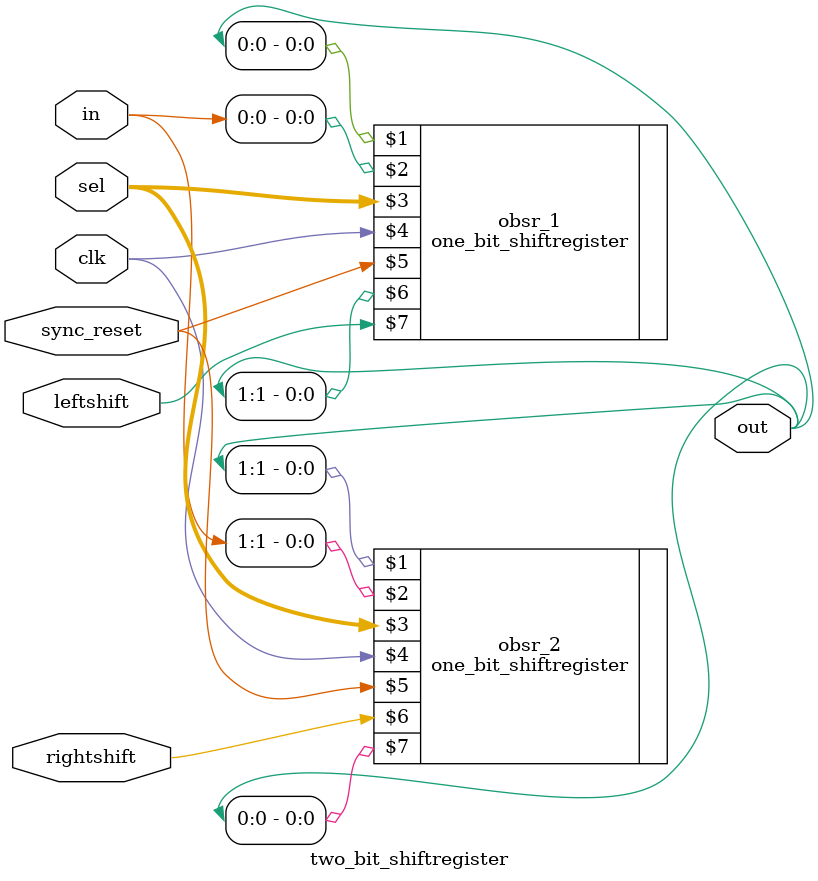
<source format=v>
`include "1_bit_shiftregister.v"

module two_bit_shiftregister(out, in, sel, clk, sync_reset, rightshift, leftshift);

input [1:0]in;
input clk;
input rightshift; 
input leftshift; 
input sync_reset;
input [1:0]sel;

output [1:0]out;

	one_bit_shiftregister obsr_1(out[0], in[0], sel, clk, sync_reset, out[1], leftshift);
    	
    	one_bit_shiftregister obsr_2(out[1], in[1], sel, clk, sync_reset, rightshift, out[0]);
    	
endmodule

</source>
